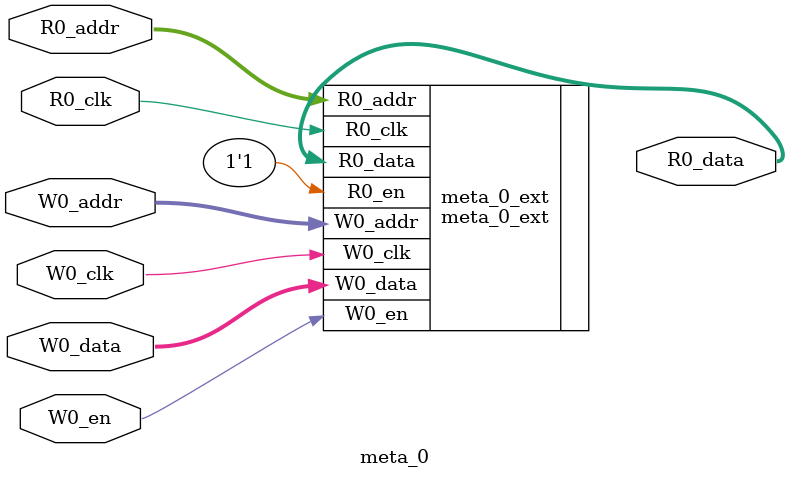
<source format=sv>
`ifndef RANDOMIZE
  `ifdef RANDOMIZE_REG_INIT
    `define RANDOMIZE
  `endif // RANDOMIZE_REG_INIT
`endif // not def RANDOMIZE
`ifndef RANDOMIZE
  `ifdef RANDOMIZE_MEM_INIT
    `define RANDOMIZE
  `endif // RANDOMIZE_MEM_INIT
`endif // not def RANDOMIZE

`ifndef RANDOM
  `define RANDOM $random
`endif // not def RANDOM

// Users can define 'PRINTF_COND' to add an extra gate to prints.
`ifndef PRINTF_COND_
  `ifdef PRINTF_COND
    `define PRINTF_COND_ (`PRINTF_COND)
  `else  // PRINTF_COND
    `define PRINTF_COND_ 1
  `endif // PRINTF_COND
`endif // not def PRINTF_COND_

// Users can define INIT_RANDOM as general code that gets injected into the
// initializer block for modules with registers.
`ifndef INIT_RANDOM
  `define INIT_RANDOM
`endif // not def INIT_RANDOM

// If using random initialization, you can also define RANDOMIZE_DELAY to
// customize the delay used, otherwise 0.002 is used.
`ifndef RANDOMIZE_DELAY
  `define RANDOMIZE_DELAY 0.002
`endif // not def RANDOMIZE_DELAY

// Define INIT_RANDOM_PROLOG_ for use in our modules below.
`ifndef INIT_RANDOM_PROLOG_
  `ifdef RANDOMIZE
    `ifdef VERILATOR
      `define INIT_RANDOM_PROLOG_ `INIT_RANDOM
    `else  // VERILATOR
      `define INIT_RANDOM_PROLOG_ `INIT_RANDOM #`RANDOMIZE_DELAY begin end
    `endif // VERILATOR
  `else  // RANDOMIZE
    `define INIT_RANDOM_PROLOG_
  `endif // RANDOMIZE
`endif // not def INIT_RANDOM_PROLOG_

// Include register initializers in init blocks unless synthesis is set
`ifndef SYNTHESIS
  `ifndef ENABLE_INITIAL_REG_
    `define ENABLE_INITIAL_REG_
  `endif // not def ENABLE_INITIAL_REG_
`endif // not def SYNTHESIS

// Include rmemory initializers in init blocks unless synthesis is set
`ifndef SYNTHESIS
  `ifndef ENABLE_INITIAL_MEM_
    `define ENABLE_INITIAL_MEM_
  `endif // not def ENABLE_INITIAL_MEM_
`endif // not def SYNTHESIS

module meta_0(
  input  [5:0]   R0_addr,
  input          R0_clk,
  input  [5:0]   W0_addr,
  input          W0_en,
                 W0_clk,
  input  [119:0] W0_data,
  output [119:0] R0_data
);

  meta_0_ext meta_0_ext (
    .R0_addr (R0_addr),
    .R0_en   (1'h1),
    .R0_clk  (R0_clk),
    .W0_addr (W0_addr),
    .W0_en   (W0_en),
    .W0_clk  (W0_clk),
    .W0_data (W0_data),
    .R0_data (R0_data)
  );
endmodule


</source>
